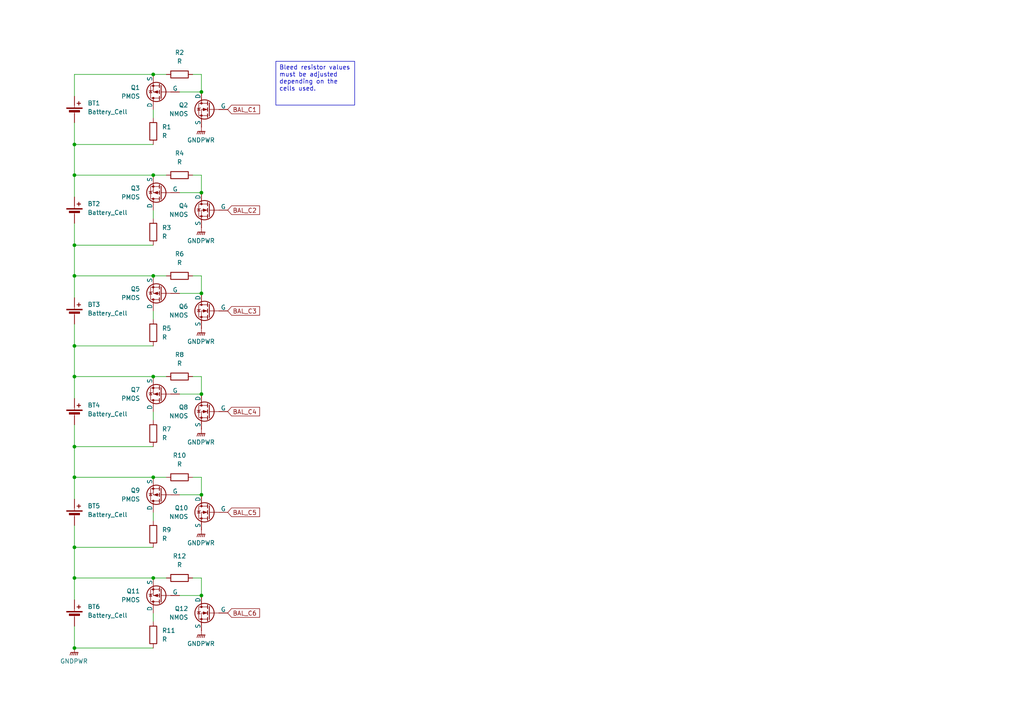
<source format=kicad_sch>
(kicad_sch (version 20231120) (generator "eeschema") (generator_version "8.0")
  (paper "A4")
  (lib_symbols
    (symbol "Device:Battery_Cell" (pin_numbers hide) (pin_names (offset 0) hide)
      (property "Reference" "BT" (at 2.54 2.54 0))
      (property "Value" "Battery_Cell" (at 2.54 0 0))
      (symbol "Battery_Cell_0_1"
        (rectangle (start -2.286 1.778) (end 2.286 1.524) (fill (type outline)))
        (rectangle (start -1.524 1.016) (end 1.524 0.508) (fill (type outline)))
        (polyline (pts (xy 0 0.762) (xy 0 0)))
        (polyline (pts (xy 0 1.778) (xy 0 2.54)))
        (polyline (pts (xy 0.762 3.048) (xy 1.778 3.048)) (stroke (width 0.254)))
        (polyline (pts (xy 1.27 3.556) (xy 1.27 2.54)) (stroke (width 0.254)))
      )
      (symbol "Battery_Cell_1_1"
        (pin passive line (at 0 5.08 270) (length 2.54) (name "+") (number "1"))
        (pin passive line (at 0 -2.54 90) (length 2.54) (name "-") (number "2"))
      )
    )
    (symbol "Device:R" (pin_numbers hide) (pin_names (offset 0))
      (property "Reference" "R" (at 2.032 0 90))
      (property "Value" "R" (at 0 0 90))
      (symbol "R_0_1"
        (rectangle (start -1.016 -2.54) (end 1.016 2.54) (stroke (width 0.254)))
      )
      (symbol "R_1_1"
        (pin passive line (at 0 3.81 270) (length 1.27) (name "~") (number "1"))
        (pin passive line (at 0 -3.81 90) (length 1.27) (name "~") (number "2"))
      )
    )
    (symbol "Simulation_SPICE:NMOS" (pin_numbers hide) (pin_names (offset 0))
      (property "Reference" "Q" (at 5.08 1.27 0))
      (property "Value" "NMOS" (at 5.08 -1.27 0))
      (symbol "NMOS_0_1"
        (polyline (pts (xy 0.254 0) (xy -2.54 0)))
        (polyline (pts (xy 0.254 1.905) (xy 0.254 -1.905)) (stroke (width 0.254)))
        (polyline (pts (xy 0.762 -1.27) (xy 0.762 -2.286)) (stroke (width 0.254)))
        (polyline (pts (xy 0.762 0.508) (xy 0.762 -0.508)) (stroke (width 0.254)))
        (polyline (pts (xy 0.762 2.286) (xy 0.762 1.27)) (stroke (width 0.254)))
        (polyline (pts (xy 2.54 2.54) (xy 2.54 1.778)))
        (polyline (pts (xy 2.54 -2.54) (xy 2.54 0) (xy 0.762 0)))
        (polyline (pts (xy 0.762 -1.778) (xy 3.302 -1.778) (xy 3.302 1.778) (xy 0.762 1.778)))
        (polyline (pts (xy 1.016 0) (xy 2.032 0.381) (xy 2.032 -0.381) (xy 1.016 0)) (fill (type outline)))
        (polyline (pts (xy 2.794 0.508) (xy 2.921 0.381) (xy 3.683 0.381) (xy 3.81 0.254)))
        (polyline (pts (xy 3.302 0.381) (xy 2.921 -0.254) (xy 3.683 -0.254) (xy 3.302 0.381)))
        (circle (center 1.651 0) (radius 2.794) (stroke (width 0.254)))
        (circle (center 2.54 -1.778) (radius 0.254) (fill (type outline)))
        (circle (center 2.54 1.778) (radius 0.254) (fill (type outline)))
      )
      (symbol "NMOS_1_1"
        (pin passive line (at 2.54 5.08 270) (length 2.54) (name "D") (number "1"))
        (pin input line (at -5.08 0 0) (length 2.54) (name "G") (number "2"))
        (pin passive line (at 2.54 -5.08 90) (length 2.54) (name "S") (number "3"))
      )
    )
    (symbol "Simulation_SPICE:PMOS" (pin_numbers hide) (pin_names (offset 0))
      (property "Reference" "Q" (at 5.08 1.27 0))
      (property "Value" "PMOS" (at 5.08 -1.27 0))
      (symbol "PMOS_0_1"
        (polyline (pts (xy 0.254 0) (xy -2.54 0)))
        (polyline (pts (xy 0.254 1.905) (xy 0.254 -1.905)) (stroke (width 0.254)))
        (polyline (pts (xy 0.762 -1.27) (xy 0.762 -2.286)) (stroke (width 0.254)))
        (polyline (pts (xy 0.762 0.508) (xy 0.762 -0.508)) (stroke (width 0.254)))
        (polyline (pts (xy 0.762 2.286) (xy 0.762 1.27)) (stroke (width 0.254)))
        (polyline (pts (xy 2.54 2.54) (xy 2.54 1.778)))
        (polyline (pts (xy 2.54 -2.54) (xy 2.54 0) (xy 0.762 0)))
        (polyline (pts (xy 0.762 1.778) (xy 3.302 1.778) (xy 3.302 -1.778) (xy 0.762 -1.778)))
        (polyline (pts (xy 2.286 0) (xy 1.27 0.381) (xy 1.27 -0.381) (xy 2.286 0)) (fill (type outline)))
        (polyline (pts (xy 2.794 -0.508) (xy 2.921 -0.381) (xy 3.683 -0.381) (xy 3.81 -0.254)))
        (polyline (pts (xy 3.302 -0.381) (xy 2.921 0.254) (xy 3.683 0.254) (xy 3.302 -0.381)))
        (circle (center 1.651 0) (radius 2.794) (stroke (width 0.254)))
        (circle (center 2.54 -1.778) (radius 0.254) (fill (type outline)))
        (circle (center 2.54 1.778) (radius 0.254) (fill (type outline)))
      )
      (symbol "PMOS_1_1"
        (pin passive line (at 2.54 5.08 270) (length 2.54) (name "D") (number "1"))
        (pin input line (at -5.08 0 0) (length 2.54) (name "G") (number "2"))
        (pin passive line (at 2.54 -5.08 90) (length 2.54) (name "S") (number "3"))
      )
    )
    (symbol "power:GNDPWR" (power) (pin_numbers hide) (pin_names (offset 0) hide)
      (property "Value" "GNDPWR" (at 0 -3.302 0))
      (symbol "GNDPWR_0_1"
        (polyline (pts (xy 0 -1.27) (xy 0 0)))
        (polyline (pts (xy -1.016 -1.27) (xy -1.27 -2.032) (xy -1.27 -2.032)) (stroke (width 0.2032)))
        (polyline (pts (xy -0.508 -1.27) (xy -0.762 -2.032) (xy -0.762 -2.032)) (stroke (width 0.2032)))
        (polyline (pts (xy 0 -1.27) (xy -0.254 -2.032) (xy -0.254 -2.032)) (stroke (width 0.2032)))
        (polyline (pts (xy 0.508 -1.27) (xy 0.254 -2.032) (xy 0.254 -2.032)) (stroke (width 0.2032)))
        (polyline (pts (xy 1.016 -1.27) (xy -1.016 -1.27) (xy -1.016 -1.27)) (stroke (width 0.2032)))
        (polyline (pts (xy 1.016 -1.27) (xy 0.762 -2.032) (xy 0.762 -2.032) (xy 0.762 -2.032)) (stroke (width 0.2032)))
      )
      (symbol "GNDPWR_1_1"
        (pin power_in line (at 0 0 270) (length 0) (name "~") (number "1"))
      )
    )
  )
  (junction (at 44.45 167.64))
  (junction (at 21.59 129.54))
  (junction (at 44.45 50.8))
  (junction (at 21.59 41.91))
  (junction (at 44.45 138.43))
  (junction (at 21.59 71.12))
  (junction (at 21.59 109.22))
  (junction (at 21.59 167.64))
  (junction (at 21.59 80.01))
  (junction (at 21.59 158.75))
  (junction (at 21.59 138.43))
  (junction (at 58.42 114.3))
  (junction (at 58.42 26.67))
  (junction (at 21.59 187.96))
  (junction (at 44.45 80.01))
  (junction (at 21.59 50.8))
  (junction (at 58.42 172.72))
  (junction (at 21.59 100.33))
  (junction (at 58.42 85.09))
  (junction (at 44.45 21.59))
  (junction (at 58.42 55.88))
  (junction (at 44.45 109.22))
  (junction (at 58.42 143.51))
  (wire (pts (xy 21.59 158.75) (xy 21.59 167.64)))
  (wire (pts (xy 55.88 109.22) (xy 58.42 109.22)))
  (wire (pts (xy 58.42 50.8) (xy 58.42 55.88)))
  (wire (pts (xy 21.59 35.56) (xy 21.59 41.91)))
  (wire (pts (xy 21.59 71.12) (xy 44.45 71.12)))
  (wire (pts (xy 21.59 50.8) (xy 44.45 50.8)))
  (wire (pts (xy 21.59 71.12) (xy 21.59 80.01)))
  (wire (pts (xy 55.88 138.43) (xy 58.42 138.43)))
  (wire (pts (xy 21.59 187.96) (xy 44.45 187.96)))
  (wire (pts (xy 55.88 80.01) (xy 58.42 80.01)))
  (wire (pts (xy 21.59 21.59) (xy 21.59 27.94)))
  (wire (pts (xy 21.59 152.4) (xy 21.59 158.75)))
  (wire (pts (xy 58.42 114.3) (xy 52.07 114.3)))
  (wire (pts (xy 44.45 90.17) (xy 44.45 92.71)))
  (wire (pts (xy 21.59 129.54) (xy 21.59 138.43)))
  (wire (pts (xy 44.45 167.64) (xy 48.26 167.64)))
  (wire (pts (xy 55.88 167.64) (xy 58.42 167.64)))
  (wire (pts (xy 55.88 21.59) (xy 58.42 21.59)))
  (wire (pts (xy 44.45 21.59) (xy 48.26 21.59)))
  (wire (pts (xy 44.45 80.01) (xy 48.26 80.01)))
  (wire (pts (xy 44.45 138.43) (xy 48.26 138.43)))
  (wire (pts (xy 21.59 167.64) (xy 44.45 167.64)))
  (wire (pts (xy 21.59 123.19) (xy 21.59 129.54)))
  (wire (pts (xy 44.45 31.75) (xy 44.45 34.29)))
  (wire (pts (xy 21.59 138.43) (xy 44.45 138.43)))
  (wire (pts (xy 21.59 93.98) (xy 21.59 100.33)))
  (wire (pts (xy 58.42 167.64) (xy 58.42 172.72)))
  (wire (pts (xy 21.59 167.64) (xy 21.59 173.99)))
  (wire (pts (xy 44.45 148.59) (xy 44.45 151.13)))
  (wire (pts (xy 58.42 109.22) (xy 58.42 114.3)))
  (wire (pts (xy 58.42 55.88) (xy 52.07 55.88)))
  (wire (pts (xy 55.88 50.8) (xy 58.42 50.8)))
  (wire (pts (xy 21.59 181.61) (xy 21.59 187.96)))
  (wire (pts (xy 21.59 41.91) (xy 21.59 50.8)))
  (wire (pts (xy 58.42 80.01) (xy 58.42 85.09)))
  (wire (pts (xy 58.42 172.72) (xy 52.07 172.72)))
  (wire (pts (xy 21.59 129.54) (xy 44.45 129.54)))
  (wire (pts (xy 21.59 50.8) (xy 21.59 57.15)))
  (wire (pts (xy 21.59 41.91) (xy 44.45 41.91)))
  (wire (pts (xy 21.59 138.43) (xy 21.59 144.78)))
  (wire (pts (xy 44.45 50.8) (xy 48.26 50.8)))
  (wire (pts (xy 58.42 21.59) (xy 58.42 26.67)))
  (wire (pts (xy 58.42 138.43) (xy 58.42 143.51)))
  (wire (pts (xy 44.45 119.38) (xy 44.45 121.92)))
  (wire (pts (xy 21.59 64.77) (xy 21.59 71.12)))
  (wire (pts (xy 58.42 26.67) (xy 52.07 26.67)))
  (wire (pts (xy 44.45 109.22) (xy 48.26 109.22)))
  (wire (pts (xy 21.59 21.59) (xy 44.45 21.59)))
  (wire (pts (xy 21.59 80.01) (xy 44.45 80.01)))
  (wire (pts (xy 44.45 177.8) (xy 44.45 180.34)))
  (wire (pts (xy 21.59 109.22) (xy 44.45 109.22)))
  (wire (pts (xy 44.45 60.96) (xy 44.45 63.5)))
  (wire (pts (xy 58.42 85.09) (xy 52.07 85.09)))
  (wire (pts (xy 21.59 100.33) (xy 21.59 109.22)))
  (wire (pts (xy 21.59 80.01) (xy 21.59 86.36)))
  (wire (pts (xy 21.59 109.22) (xy 21.59 115.57)))
  (wire (pts (xy 21.59 100.33) (xy 44.45 100.33)))
  (wire (pts (xy 21.59 158.75) (xy 44.45 158.75)))
  (wire (pts (xy 58.42 143.51) (xy 52.07 143.51)))
  (text_box "Bleed resistor values must be adjusted depending on the cells used." (at 80.01 17.78 0) (size 22.86 12.7) (effects (font (size 1.27 1.27)) (justify left top)))
  (global_label "BAL_C3" (shape input) (at 66.04 90.17 0) (property "Intersheetrefs" "${INTERSHEET_REFS}" (effects (hide yes))))
  (global_label "BAL_C2" (shape input) (at 66.04 60.96 0) (property "Intersheetrefs" "${INTERSHEET_REFS}" (effects (hide yes))))
  (global_label "BAL_C4" (shape input) (at 66.04 119.38 0) (property "Intersheetrefs" "${INTERSHEET_REFS}" (effects (hide yes))))
  (global_label "BAL_C5" (shape input) (at 66.04 148.59 0) (property "Intersheetrefs" "${INTERSHEET_REFS}" (effects (hide yes))))
  (global_label "BAL_C6" (shape input) (at 66.04 177.8 0) (property "Intersheetrefs" "${INTERSHEET_REFS}" (effects (hide yes))))
  (global_label "BAL_C1" (shape input) (at 66.04 31.75 0) (property "Intersheetrefs" "${INTERSHEET_REFS}" (effects (hide yes))))
  (symbol (lib_id "Simulation_SPICE:PMOS") (at 46.99 114.3 180) (unit 1)
    (property "Reference" "Q7" (at 40.64 113.0299 0) (effects (justify left)))
    (property "Value" "PMOS" (at 40.64 115.5699 0) (effects (justify left)))
    (property "Datasheet" "https://ngspice.sourceforge.io/docs/ngspice-html-manual/manual.xhtml#cha_MOSFETs" (effects (hide yes)))
    (property "Description" "P-MOSFET transistor, drain/source/gate" (effects (hide yes)))
    (property "Sim.Device" "PMOS" (effects (hide yes)))
    (property "Sim.Type" "VDMOS" (effects (hide yes)))
    (property "Sim.Pins" "1=D 2=G 3=S" (effects (hide yes)))
  )
  (symbol (lib_id "Device:Battery_Cell") (at 21.59 179.07 0) (unit 1)
    (property "Reference" "BT6" (at 25.4 175.9584 0) (effects (justify left)))
    (property "Value" "Battery_Cell" (at 25.4 178.4984 0) (effects (justify left)))
    (property "Description" "Single-cell battery" (effects (hide yes)))
  )
  (symbol (lib_id "power:GNDPWR") (at 58.42 36.83 0) (unit 1)
    (property "Reference" "#PWR02" (effects (hide yes)))
    (property "Value" "GNDPWR" (at 58.293 40.64 0))
    (property "Description" "Power symbol creates a global label with name \"GNDPWR\" , global ground" (effects (hide yes)))
  )
  (symbol (lib_id "Simulation_SPICE:PMOS") (at 46.99 26.67 180) (unit 1)
    (property "Reference" "Q1" (at 40.64 25.3999 0) (effects (justify left)))
    (property "Value" "PMOS" (at 40.64 27.9399 0) (effects (justify left)))
    (property "Datasheet" "https://ngspice.sourceforge.io/docs/ngspice-html-manual/manual.xhtml#cha_MOSFETs" (effects (hide yes)))
    (property "Description" "P-MOSFET transistor, drain/source/gate" (effects (hide yes)))
    (property "Sim.Device" "PMOS" (effects (hide yes)))
    (property "Sim.Type" "VDMOS" (effects (hide yes)))
    (property "Sim.Pins" "1=D 2=G 3=S" (effects (hide yes)))
  )
  (symbol (lib_id "power:GNDPWR") (at 58.42 95.25 0) (unit 1)
    (property "Reference" "#PWR04" (effects (hide yes)))
    (property "Value" "GNDPWR" (at 58.293 99.06 0))
    (property "Description" "Power symbol creates a global label with name \"GNDPWR\" , global ground" (effects (hide yes)))
  )
  (symbol (lib_id "Device:Battery_Cell") (at 21.59 62.23 0) (unit 1)
    (property "Reference" "BT2" (at 25.4 59.1184 0) (effects (justify left)))
    (property "Value" "Battery_Cell" (at 25.4 61.6584 0) (effects (justify left)))
    (property "Description" "Single-cell battery" (effects (hide yes)))
  )
  (symbol (lib_id "Simulation_SPICE:NMOS") (at 60.96 31.75 0) (mirror y) (unit 1)
    (property "Reference" "Q2" (at 54.61 30.4799 0) (effects (justify left)))
    (property "Value" "NMOS" (at 54.61 33.0199 0) (effects (justify left)))
    (property "Datasheet" "https://ngspice.sourceforge.io/docs/ngspice-html-manual/manual.xhtml#cha_MOSFETs" (effects (hide yes)))
    (property "Description" "N-MOSFET transistor, drain/source/gate" (effects (hide yes)))
    (property "Sim.Device" "NMOS" (effects (hide yes)))
    (property "Sim.Type" "VDMOS" (effects (hide yes)))
    (property "Sim.Pins" "1=D 2=G 3=S" (effects (hide yes)))
  )
  (symbol (lib_id "power:GNDPWR") (at 58.42 153.67 0) (unit 1)
    (property "Reference" "#PWR06" (effects (hide yes)))
    (property "Value" "GNDPWR" (at 58.293 157.48 0))
    (property "Description" "Power symbol creates a global label with name \"GNDPWR\" , global ground" (effects (hide yes)))
  )
  (symbol (lib_id "Device:Battery_Cell") (at 21.59 120.65 0) (unit 1)
    (property "Reference" "BT4" (at 25.4 117.5384 0) (effects (justify left)))
    (property "Value" "Battery_Cell" (at 25.4 120.0784 0) (effects (justify left)))
    (property "Description" "Single-cell battery" (effects (hide yes)))
  )
  (symbol (lib_id "Device:R") (at 44.45 154.94 0) (unit 1)
    (property "Reference" "R9" (at 46.99 153.6699 0) (effects (justify left)))
    (property "Value" "R" (at 46.99 156.2099 0) (effects (justify left)))
    (property "Description" "Resistor" (effects (hide yes)))
  )
  (symbol (lib_id "Device:R") (at 52.07 138.43 90) (unit 1)
    (property "Reference" "R10" (at 52.07 132.08 90))
    (property "Value" "R" (at 52.07 134.62 90))
    (property "Description" "Resistor" (effects (hide yes)))
  )
  (symbol (lib_id "Device:R") (at 52.07 21.59 90) (unit 1)
    (property "Reference" "R2" (at 52.07 15.24 90))
    (property "Value" "R" (at 52.07 17.78 90))
    (property "Description" "Resistor" (effects (hide yes)))
  )
  (symbol (lib_id "Simulation_SPICE:NMOS") (at 60.96 119.38 0) (mirror y) (unit 1)
    (property "Reference" "Q8" (at 54.61 118.1099 0) (effects (justify left)))
    (property "Value" "NMOS" (at 54.61 120.6499 0) (effects (justify left)))
    (property "Datasheet" "https://ngspice.sourceforge.io/docs/ngspice-html-manual/manual.xhtml#cha_MOSFETs" (effects (hide yes)))
    (property "Description" "N-MOSFET transistor, drain/source/gate" (effects (hide yes)))
    (property "Sim.Device" "NMOS" (effects (hide yes)))
    (property "Sim.Type" "VDMOS" (effects (hide yes)))
    (property "Sim.Pins" "1=D 2=G 3=S" (effects (hide yes)))
  )
  (symbol (lib_id "Device:R") (at 44.45 96.52 0) (unit 1)
    (property "Reference" "R5" (at 46.99 95.2499 0) (effects (justify left)))
    (property "Value" "R" (at 46.99 97.7899 0) (effects (justify left)))
    (property "Description" "Resistor" (effects (hide yes)))
  )
  (symbol (lib_id "Simulation_SPICE:PMOS") (at 46.99 143.51 180) (unit 1)
    (property "Reference" "Q9" (at 40.64 142.2399 0) (effects (justify left)))
    (property "Value" "PMOS" (at 40.64 144.7799 0) (effects (justify left)))
    (property "Datasheet" "https://ngspice.sourceforge.io/docs/ngspice-html-manual/manual.xhtml#cha_MOSFETs" (effects (hide yes)))
    (property "Description" "P-MOSFET transistor, drain/source/gate" (effects (hide yes)))
    (property "Sim.Device" "PMOS" (effects (hide yes)))
    (property "Sim.Type" "VDMOS" (effects (hide yes)))
    (property "Sim.Pins" "1=D 2=G 3=S" (effects (hide yes)))
  )
  (symbol (lib_id "Device:R") (at 52.07 50.8 90) (unit 1)
    (property "Reference" "R4" (at 52.07 44.45 90))
    (property "Value" "R" (at 52.07 46.99 90))
    (property "Description" "Resistor" (effects (hide yes)))
  )
  (symbol (lib_id "Device:R") (at 44.45 38.1 0) (unit 1)
    (property "Reference" "R1" (at 46.99 36.8299 0) (effects (justify left)))
    (property "Value" "R" (at 46.99 39.3699 0) (effects (justify left)))
    (property "Description" "Resistor" (effects (hide yes)))
  )
  (symbol (lib_id "Simulation_SPICE:NMOS") (at 60.96 148.59 0) (mirror y) (unit 1)
    (property "Reference" "Q10" (at 54.61 147.3199 0) (effects (justify left)))
    (property "Value" "NMOS" (at 54.61 149.8599 0) (effects (justify left)))
    (property "Datasheet" "https://ngspice.sourceforge.io/docs/ngspice-html-manual/manual.xhtml#cha_MOSFETs" (effects (hide yes)))
    (property "Description" "N-MOSFET transistor, drain/source/gate" (effects (hide yes)))
    (property "Sim.Device" "NMOS" (effects (hide yes)))
    (property "Sim.Type" "VDMOS" (effects (hide yes)))
    (property "Sim.Pins" "1=D 2=G 3=S" (effects (hide yes)))
  )
  (symbol (lib_id "Device:Battery_Cell") (at 21.59 33.02 0) (unit 1)
    (property "Reference" "BT1" (at 25.4 29.9084 0) (effects (justify left)))
    (property "Value" "Battery_Cell" (at 25.4 32.4484 0) (effects (justify left)))
    (property "Description" "Single-cell battery" (effects (hide yes)))
  )
  (symbol (lib_id "Simulation_SPICE:NMOS") (at 60.96 60.96 0) (mirror y) (unit 1)
    (property "Reference" "Q4" (at 54.61 59.6899 0) (effects (justify left)))
    (property "Value" "NMOS" (at 54.61 62.2299 0) (effects (justify left)))
    (property "Datasheet" "https://ngspice.sourceforge.io/docs/ngspice-html-manual/manual.xhtml#cha_MOSFETs" (effects (hide yes)))
    (property "Description" "N-MOSFET transistor, drain/source/gate" (effects (hide yes)))
    (property "Sim.Device" "NMOS" (effects (hide yes)))
    (property "Sim.Type" "VDMOS" (effects (hide yes)))
    (property "Sim.Pins" "1=D 2=G 3=S" (effects (hide yes)))
  )
  (symbol (lib_id "power:GNDPWR") (at 58.42 182.88 0) (unit 1)
    (property "Reference" "#PWR07" (effects (hide yes)))
    (property "Value" "GNDPWR" (at 58.293 186.69 0))
    (property "Description" "Power symbol creates a global label with name \"GNDPWR\" , global ground" (effects (hide yes)))
  )
  (symbol (lib_id "Device:Battery_Cell") (at 21.59 149.86 0) (unit 1)
    (property "Reference" "BT5" (at 25.4 146.7484 0) (effects (justify left)))
    (property "Value" "Battery_Cell" (at 25.4 149.2884 0) (effects (justify left)))
    (property "Description" "Single-cell battery" (effects (hide yes)))
  )
  (symbol (lib_id "Device:R") (at 52.07 109.22 90) (unit 1)
    (property "Reference" "R8" (at 52.07 102.87 90))
    (property "Value" "R" (at 52.07 105.41 90))
    (property "Description" "Resistor" (effects (hide yes)))
  )
  (symbol (lib_id "power:GNDPWR") (at 58.42 124.46 0) (unit 1)
    (property "Reference" "#PWR05" (effects (hide yes)))
    (property "Value" "GNDPWR" (at 58.293 128.27 0))
    (property "Description" "Power symbol creates a global label with name \"GNDPWR\" , global ground" (effects (hide yes)))
  )
  (symbol (lib_id "Simulation_SPICE:PMOS") (at 46.99 172.72 180) (unit 1)
    (property "Reference" "Q11" (at 40.64 171.4499 0) (effects (justify left)))
    (property "Value" "PMOS" (at 40.64 173.9899 0) (effects (justify left)))
    (property "Datasheet" "https://ngspice.sourceforge.io/docs/ngspice-html-manual/manual.xhtml#cha_MOSFETs" (effects (hide yes)))
    (property "Description" "P-MOSFET transistor, drain/source/gate" (effects (hide yes)))
    (property "Sim.Device" "PMOS" (effects (hide yes)))
    (property "Sim.Type" "VDMOS" (effects (hide yes)))
    (property "Sim.Pins" "1=D 2=G 3=S" (effects (hide yes)))
  )
  (symbol (lib_id "Device:R") (at 44.45 184.15 0) (unit 1)
    (property "Reference" "R11" (at 46.99 182.8799 0) (effects (justify left)))
    (property "Value" "R" (at 46.99 185.4199 0) (effects (justify left)))
    (property "Description" "Resistor" (effects (hide yes)))
  )
  (symbol (lib_id "power:GNDPWR") (at 58.42 66.04 0) (unit 1)
    (property "Reference" "#PWR03" (effects (hide yes)))
    (property "Value" "GNDPWR" (at 58.293 69.85 0))
    (property "Description" "Power symbol creates a global label with name \"GNDPWR\" , global ground" (effects (hide yes)))
  )
  (symbol (lib_id "Simulation_SPICE:NMOS") (at 60.96 90.17 0) (mirror y) (unit 1)
    (property "Reference" "Q6" (at 54.61 88.8999 0) (effects (justify left)))
    (property "Value" "NMOS" (at 54.61 91.4399 0) (effects (justify left)))
    (property "Datasheet" "https://ngspice.sourceforge.io/docs/ngspice-html-manual/manual.xhtml#cha_MOSFETs" (effects (hide yes)))
    (property "Description" "N-MOSFET transistor, drain/source/gate" (effects (hide yes)))
    (property "Sim.Device" "NMOS" (effects (hide yes)))
    (property "Sim.Type" "VDMOS" (effects (hide yes)))
    (property "Sim.Pins" "1=D 2=G 3=S" (effects (hide yes)))
  )
  (symbol (lib_id "Simulation_SPICE:PMOS") (at 46.99 85.09 180) (unit 1)
    (property "Reference" "Q5" (at 40.64 83.8199 0) (effects (justify left)))
    (property "Value" "PMOS" (at 40.64 86.3599 0) (effects (justify left)))
    (property "Datasheet" "https://ngspice.sourceforge.io/docs/ngspice-html-manual/manual.xhtml#cha_MOSFETs" (effects (hide yes)))
    (property "Description" "P-MOSFET transistor, drain/source/gate" (effects (hide yes)))
    (property "Sim.Device" "PMOS" (effects (hide yes)))
    (property "Sim.Type" "VDMOS" (effects (hide yes)))
    (property "Sim.Pins" "1=D 2=G 3=S" (effects (hide yes)))
  )
  (symbol (lib_id "Simulation_SPICE:NMOS") (at 60.96 177.8 0) (mirror y) (unit 1)
    (property "Reference" "Q12" (at 54.61 176.5299 0) (effects (justify left)))
    (property "Value" "NMOS" (at 54.61 179.0699 0) (effects (justify left)))
    (property "Datasheet" "https://ngspice.sourceforge.io/docs/ngspice-html-manual/manual.xhtml#cha_MOSFETs" (effects (hide yes)))
    (property "Description" "N-MOSFET transistor, drain/source/gate" (effects (hide yes)))
    (property "Sim.Device" "NMOS" (effects (hide yes)))
    (property "Sim.Type" "VDMOS" (effects (hide yes)))
    (property "Sim.Pins" "1=D 2=G 3=S" (effects (hide yes)))
  )
  (symbol (lib_id "Device:Battery_Cell") (at 21.59 91.44 0) (unit 1)
    (property "Reference" "BT3" (at 25.4 88.3284 0) (effects (justify left)))
    (property "Value" "Battery_Cell" (at 25.4 90.8684 0) (effects (justify left)))
    (property "Description" "Single-cell battery" (effects (hide yes)))
  )
  (symbol (lib_id "Device:R") (at 52.07 167.64 90) (unit 1)
    (property "Reference" "R12" (at 52.07 161.29 90))
    (property "Value" "R" (at 52.07 163.83 90))
    (property "Description" "Resistor" (effects (hide yes)))
  )
  (symbol (lib_id "power:GNDPWR") (at 21.59 187.96 0) (unit 1)
    (property "Reference" "#PWR01" (effects (hide yes)))
    (property "Value" "GNDPWR" (at 21.463 191.77 0))
    (property "Description" "Power symbol creates a global label with name \"GNDPWR\" , global ground" (effects (hide yes)))
  )
  (symbol (lib_id "Device:R") (at 44.45 67.31 0) (unit 1)
    (property "Reference" "R3" (at 46.99 66.0399 0) (effects (justify left)))
    (property "Value" "R" (at 46.99 68.5799 0) (effects (justify left)))
    (property "Description" "Resistor" (effects (hide yes)))
  )
  (symbol (lib_id "Simulation_SPICE:PMOS") (at 46.99 55.88 180) (unit 1)
    (property "Reference" "Q3" (at 40.64 54.6099 0) (effects (justify left)))
    (property "Value" "PMOS" (at 40.64 57.1499 0) (effects (justify left)))
    (property "Datasheet" "https://ngspice.sourceforge.io/docs/ngspice-html-manual/manual.xhtml#cha_MOSFETs" (effects (hide yes)))
    (property "Description" "P-MOSFET transistor, drain/source/gate" (effects (hide yes)))
    (property "Sim.Device" "PMOS" (effects (hide yes)))
    (property "Sim.Type" "VDMOS" (effects (hide yes)))
    (property "Sim.Pins" "1=D 2=G 3=S" (effects (hide yes)))
  )
  (symbol (lib_id "Device:R") (at 44.45 125.73 0) (unit 1)
    (property "Reference" "R7" (at 46.99 124.4599 0) (effects (justify left)))
    (property "Value" "R" (at 46.99 126.9999 0) (effects (justify left)))
    (property "Description" "Resistor" (effects (hide yes)))
  )
  (symbol (lib_id "Device:R") (at 52.07 80.01 90) (unit 1)
    (property "Reference" "R6" (at 52.07 73.66 90))
    (property "Value" "R" (at 52.07 76.2 90))
    (property "Description" "Resistor" (effects (hide yes)))
  )
)
</source>
